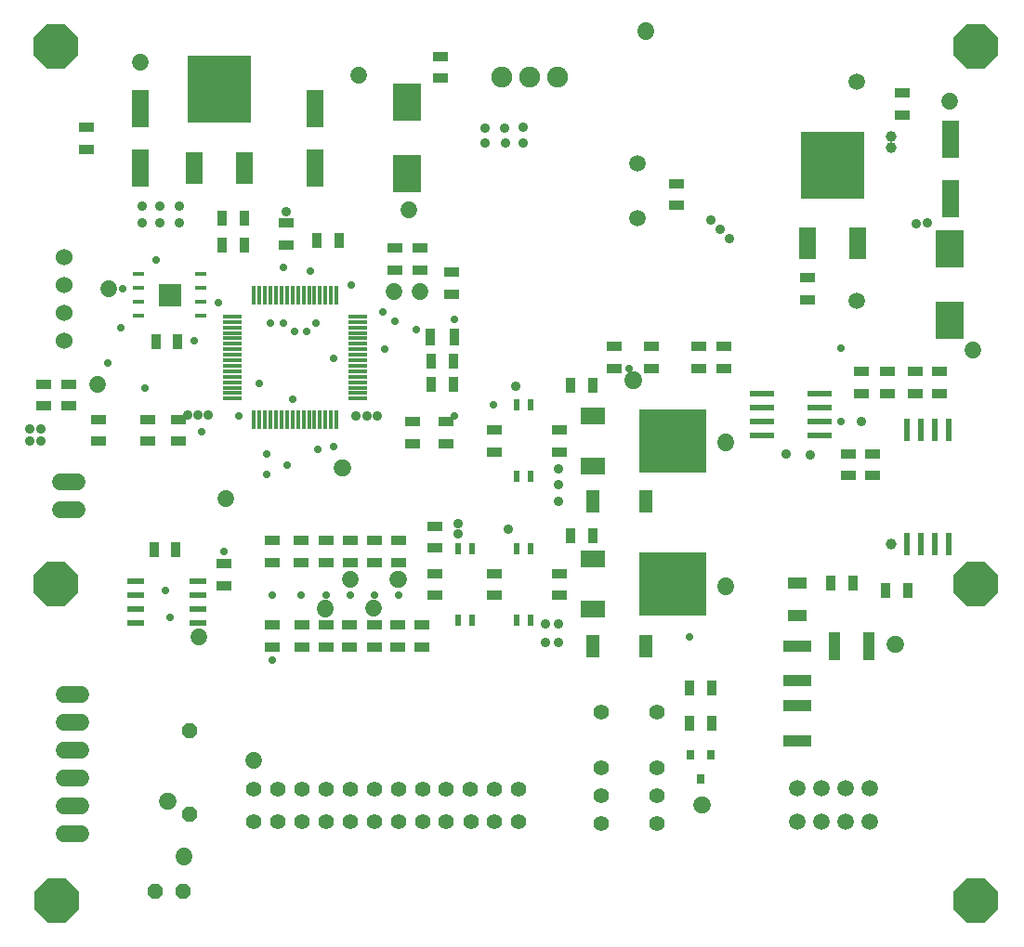
<source format=gts>
G75*
G70*
%OFA0B0*%
%FSLAX24Y24*%
%IPPOS*%
%LPD*%
%AMOC8*
5,1,8,0,0,1.08239X$1,22.5*
%
%ADD10R,0.2283X0.2441*%
%ADD11R,0.0630X0.1181*%
%ADD12R,0.0630X0.1378*%
%ADD13R,0.0984X0.1378*%
%ADD14R,0.0551X0.0320*%
%ADD15C,0.0600*%
%ADD16R,0.0350X0.0630*%
%ADD17OC8,0.0520*%
%ADD18R,0.0320X0.0551*%
%ADD19R,0.0669X0.0118*%
%ADD20R,0.0118X0.0669*%
%ADD21C,0.0600*%
%ADD22R,0.0394X0.0177*%
%ADD23R,0.0827X0.0827*%
%ADD24R,0.2441X0.2283*%
%ADD25R,0.0906X0.0630*%
%ADD26R,0.0472X0.0787*%
%ADD27R,0.0197X0.0394*%
%ADD28C,0.0594*%
%ADD29R,0.0197X0.0787*%
%ADD30R,0.0866X0.0236*%
%ADD31C,0.0554*%
%ADD32R,0.0315X0.0354*%
%ADD33R,0.0630X0.0197*%
%ADD34C,0.0748*%
%ADD35R,0.0984X0.0394*%
%ADD36R,0.0394X0.0984*%
%ADD37R,0.0669X0.0394*%
%ADD38C,0.0585*%
%ADD39C,0.0357*%
%ADD40C,0.0278*%
%ADD41OC8,0.1581*%
%ADD42C,0.0396*%
D10*
X029683Y031872D03*
X007699Y034597D03*
D11*
X008596Y031771D03*
X006801Y031771D03*
X028785Y029045D03*
X030581Y029045D03*
D12*
X033919Y030666D03*
X033919Y032792D03*
X011109Y031765D03*
X011109Y033891D03*
X004843Y033891D03*
X004843Y031765D03*
D13*
X014440Y031548D03*
X014440Y034107D03*
X033885Y028858D03*
X033885Y026299D03*
D14*
X033537Y024454D03*
X033537Y023666D03*
X032650Y023666D03*
X032650Y024454D03*
X031644Y024454D03*
X031644Y023666D03*
X030738Y023666D03*
X030738Y024454D03*
X028776Y027033D03*
X028776Y027820D03*
X025806Y025353D03*
X025806Y024566D03*
X024876Y024566D03*
X024876Y025353D03*
X023202Y025353D03*
X023202Y024566D03*
X021842Y024565D03*
X021842Y025352D03*
X019891Y022358D03*
X019891Y021571D03*
X017547Y021571D03*
X017547Y022358D03*
X015811Y022655D03*
X015811Y021868D03*
X014619Y021867D03*
X014619Y022654D03*
X015428Y018893D03*
X015428Y018106D03*
X015428Y017200D03*
X015428Y016413D03*
X014959Y015351D03*
X014959Y014564D03*
X014104Y014564D03*
X014104Y015351D03*
X013242Y015351D03*
X013242Y014564D03*
X012371Y014564D03*
X012371Y015351D03*
X011511Y015351D03*
X011511Y014564D03*
X010643Y014564D03*
X010643Y015351D03*
X009599Y015351D03*
X009599Y014564D03*
X007862Y016765D03*
X007862Y017553D03*
X009596Y017603D03*
X009596Y018391D03*
X010641Y018391D03*
X010641Y017603D03*
X011526Y017603D03*
X011526Y018391D03*
X012384Y018391D03*
X012384Y017603D03*
X013260Y017603D03*
X013260Y018391D03*
X014122Y018391D03*
X014122Y017603D03*
X017547Y017200D03*
X017547Y016413D03*
X019891Y016413D03*
X019891Y017200D03*
X030256Y020713D03*
X030256Y021500D03*
X031125Y021500D03*
X031125Y020713D03*
X024094Y030413D03*
X024094Y031201D03*
X032187Y033658D03*
X032187Y034445D03*
X016025Y028019D03*
X016025Y027231D03*
X014893Y028100D03*
X014893Y028888D03*
X013976Y028891D03*
X013976Y028104D03*
X010093Y028992D03*
X010093Y029780D03*
X015641Y034985D03*
X015641Y035772D03*
X002937Y033221D03*
X002937Y032434D03*
X002296Y024004D03*
X002296Y023216D03*
X001381Y023216D03*
X001381Y024004D03*
X003352Y022726D03*
X003352Y021939D03*
X005137Y021939D03*
X005137Y022726D03*
X006233Y022726D03*
X006233Y021939D03*
D15*
X002117Y025543D03*
X002117Y026543D03*
X002117Y027543D03*
X002117Y028543D03*
D16*
X015264Y025680D03*
X016129Y025680D03*
D17*
X006616Y011539D03*
X006616Y008539D03*
X006406Y005801D03*
X005406Y005801D03*
D18*
X005352Y018042D03*
X006140Y018042D03*
X006203Y025528D03*
X005416Y025528D03*
X007803Y028994D03*
X008590Y028994D03*
X008590Y029952D03*
X007803Y029952D03*
X011202Y029159D03*
X011990Y029159D03*
X015302Y024829D03*
X016089Y024829D03*
X016089Y024004D03*
X015302Y024004D03*
X020307Y023951D03*
X021095Y023951D03*
X021095Y018559D03*
X020307Y018559D03*
X024554Y013104D03*
X025342Y013104D03*
X025342Y011825D03*
X024554Y011825D03*
X029635Y016858D03*
X030422Y016858D03*
X031603Y016587D03*
X032390Y016587D03*
D19*
X012662Y023476D03*
X012662Y023673D03*
X012662Y023870D03*
X012662Y024066D03*
X012662Y024263D03*
X012662Y024460D03*
X012662Y024657D03*
X012662Y024854D03*
X012662Y025051D03*
X012662Y025248D03*
X012662Y025444D03*
X012662Y025641D03*
X012662Y025838D03*
X012662Y026035D03*
X012662Y026232D03*
X012662Y026429D03*
X008173Y026429D03*
X008173Y026232D03*
X008173Y026035D03*
X008173Y025838D03*
X008173Y025641D03*
X008173Y025444D03*
X008173Y025248D03*
X008173Y025051D03*
X008173Y024854D03*
X008173Y024657D03*
X008173Y024460D03*
X008173Y024263D03*
X008173Y024066D03*
X008173Y023870D03*
X008173Y023673D03*
X008173Y023476D03*
D20*
X008941Y022708D03*
X009138Y022708D03*
X009335Y022708D03*
X009532Y022708D03*
X009729Y022708D03*
X009925Y022708D03*
X010122Y022708D03*
X010319Y022708D03*
X010516Y022708D03*
X010713Y022708D03*
X010910Y022708D03*
X011107Y022708D03*
X011303Y022708D03*
X011500Y022708D03*
X011697Y022708D03*
X011894Y022708D03*
X011894Y027196D03*
X011697Y027196D03*
X011500Y027196D03*
X011303Y027196D03*
X011107Y027196D03*
X010910Y027196D03*
X010713Y027196D03*
X010516Y027196D03*
X010319Y027196D03*
X010122Y027196D03*
X009925Y027196D03*
X009729Y027196D03*
X009532Y027196D03*
X009335Y027196D03*
X009138Y027196D03*
X008941Y027196D03*
D21*
X002593Y020498D02*
X001993Y020498D01*
X001993Y019498D02*
X002593Y019498D01*
X002709Y012868D02*
X002109Y012868D01*
X002109Y011868D02*
X002709Y011868D01*
X002709Y010868D02*
X002109Y010868D01*
X002109Y009868D02*
X002709Y009868D01*
X002709Y008868D02*
X002109Y008868D01*
X002109Y007868D02*
X002709Y007868D01*
D22*
X004777Y026439D03*
X004777Y026939D03*
X004777Y027439D03*
X004777Y027939D03*
X007009Y027944D03*
X007009Y027444D03*
X007009Y026944D03*
X007009Y026444D03*
D23*
X005923Y027195D03*
D24*
X023970Y021965D03*
X023970Y016807D03*
D25*
X021098Y017708D03*
X021096Y015907D03*
X021096Y021065D03*
X021098Y022866D03*
D26*
X021104Y019801D03*
X022993Y019801D03*
X022993Y014581D03*
X021104Y014581D03*
D27*
X018874Y015531D03*
X018374Y015531D03*
X016770Y015531D03*
X016270Y015531D03*
X016270Y018082D03*
X016770Y018082D03*
X018374Y018082D03*
X018874Y018082D03*
X018874Y020689D03*
X018374Y020689D03*
X018374Y023240D03*
X018874Y023240D03*
D28*
X022693Y029945D03*
X022696Y031917D03*
X030560Y034854D03*
X030569Y027002D03*
X030170Y009485D03*
X029304Y009485D03*
X028438Y009485D03*
X028439Y008303D03*
X029305Y008303D03*
X030171Y008303D03*
X031037Y008303D03*
X031037Y009485D03*
D29*
X032346Y018248D03*
X032846Y018248D03*
X033346Y018248D03*
X033846Y018248D03*
X033846Y022355D03*
X033346Y022355D03*
X032846Y022355D03*
X032346Y022355D03*
D30*
X029221Y022169D03*
X029221Y022669D03*
X029221Y023169D03*
X029221Y023669D03*
X027174Y023669D03*
X027174Y023169D03*
X027174Y022669D03*
X027174Y022169D03*
D31*
X023402Y012209D03*
X021402Y012209D03*
X021402Y010209D03*
X021402Y009209D03*
X021402Y008209D03*
X023402Y008209D03*
X023402Y009209D03*
X023402Y010209D03*
X018439Y009467D03*
X017573Y009467D03*
X016707Y009467D03*
X015841Y009467D03*
X014975Y009467D03*
X014109Y009467D03*
X013242Y009467D03*
X012376Y009467D03*
X011510Y009467D03*
X010644Y009467D03*
X009778Y009467D03*
X008912Y009467D03*
X008912Y008285D03*
X009778Y008285D03*
X010645Y008285D03*
X011511Y008285D03*
X012377Y008285D03*
X013243Y008285D03*
X014109Y008285D03*
X014975Y008285D03*
X015841Y008285D03*
X016708Y008285D03*
X017574Y008285D03*
X018440Y008285D03*
D32*
X024589Y010681D03*
X025337Y010681D03*
X024963Y009815D03*
D33*
X006915Y015436D03*
X006915Y015936D03*
X006915Y016436D03*
X006915Y016936D03*
X004679Y016936D03*
X004679Y016436D03*
X004679Y015936D03*
X004679Y015436D03*
D34*
X017828Y035012D03*
X018828Y035012D03*
X019828Y035012D03*
D35*
X028429Y014601D03*
X028429Y013341D03*
X028434Y012461D03*
X028434Y011201D03*
D36*
X029744Y014592D03*
X031004Y014592D03*
D37*
X028434Y015680D03*
X028434Y016861D03*
D38*
X025866Y016735D02*
X025860Y016735D01*
X025860Y016741D01*
X025866Y016741D01*
X025866Y016735D01*
X025866Y021904D02*
X025860Y021904D01*
X025860Y021910D01*
X025866Y021910D01*
X025866Y021904D01*
X022543Y024134D02*
X022537Y024134D01*
X022537Y024140D01*
X022543Y024140D01*
X022543Y024134D01*
X014892Y027306D02*
X014886Y027306D01*
X014886Y027312D01*
X014892Y027312D01*
X014892Y027306D01*
X013970Y027306D02*
X013964Y027306D01*
X013964Y027312D01*
X013970Y027312D01*
X013970Y027306D01*
X014477Y030251D02*
X014483Y030251D01*
X014477Y030251D02*
X014477Y030257D01*
X014483Y030257D01*
X014483Y030251D01*
X012686Y035087D02*
X012680Y035087D01*
X012680Y035093D01*
X012686Y035093D01*
X012686Y035087D01*
X004856Y035555D02*
X004850Y035555D01*
X004850Y035561D01*
X004856Y035561D01*
X004856Y035555D01*
X003726Y027429D02*
X003720Y027429D01*
X003720Y027435D01*
X003726Y027435D01*
X003726Y027429D01*
X003330Y023998D02*
X003324Y023998D01*
X003324Y024004D01*
X003330Y024004D01*
X003330Y023998D01*
X007913Y019895D02*
X007919Y019895D01*
X007913Y019895D02*
X007913Y019901D01*
X007919Y019901D01*
X007919Y019895D01*
X011495Y015934D02*
X011501Y015934D01*
X011495Y015934D02*
X011495Y015940D01*
X011501Y015940D01*
X011501Y015934D01*
X012387Y016999D02*
X012393Y016999D01*
X012387Y016999D02*
X012387Y017005D01*
X012393Y017005D01*
X012393Y016999D01*
X013231Y015939D02*
X013237Y015939D01*
X013231Y015939D02*
X013231Y015945D01*
X013237Y015945D01*
X013237Y015939D01*
X014105Y016977D02*
X014111Y016977D01*
X014105Y016977D02*
X014105Y016983D01*
X014111Y016983D01*
X014111Y016977D01*
X012108Y020992D02*
X012102Y020992D01*
X012102Y020998D01*
X012108Y020998D01*
X012108Y020992D01*
X006964Y014924D02*
X006958Y014924D01*
X006958Y014930D01*
X006964Y014930D01*
X006964Y014924D01*
X008913Y010493D02*
X008919Y010493D01*
X008913Y010493D02*
X008913Y010499D01*
X008919Y010499D01*
X008919Y010493D01*
X005842Y009008D02*
X005836Y009008D01*
X005836Y009014D01*
X005842Y009014D01*
X005842Y009008D01*
X006409Y007033D02*
X006415Y007033D01*
X006409Y007033D02*
X006409Y007039D01*
X006415Y007039D01*
X006415Y007033D01*
X025002Y008884D02*
X025008Y008884D01*
X025002Y008884D02*
X025002Y008890D01*
X025008Y008890D01*
X025008Y008884D01*
X031937Y014659D02*
X031943Y014659D01*
X031937Y014659D02*
X031937Y014665D01*
X031943Y014665D01*
X031943Y014659D01*
X034732Y025221D02*
X034738Y025221D01*
X034732Y025221D02*
X034732Y025227D01*
X034738Y025227D01*
X034738Y025221D01*
X033888Y034153D02*
X033882Y034153D01*
X033882Y034159D01*
X033888Y034159D01*
X033888Y034153D01*
X023001Y036672D02*
X022995Y036672D01*
X022995Y036678D01*
X023001Y036678D01*
X023001Y036672D01*
D39*
X018603Y033209D03*
X018593Y032661D03*
X017952Y032661D03*
X017941Y033198D03*
X017228Y033198D03*
X017228Y032651D03*
X010088Y030187D03*
X006246Y030396D03*
X006248Y029795D03*
X005567Y029802D03*
X005568Y030396D03*
X004922Y030396D03*
X004919Y029802D03*
X006548Y022874D03*
X006926Y022891D03*
X007299Y022891D03*
X012599Y022868D03*
X012981Y022868D03*
X013360Y022865D03*
X016258Y018996D03*
X016265Y018612D03*
X018051Y018787D03*
X019870Y019801D03*
X019861Y020395D03*
X019853Y020955D03*
X018329Y023915D03*
X025330Y029876D03*
X025669Y029543D03*
X025988Y029219D03*
X032678Y029765D03*
X033091Y029774D03*
X030733Y022670D03*
X028877Y021465D03*
X028016Y021473D03*
X019870Y015389D03*
X019383Y015389D03*
X019383Y014719D03*
X019870Y014719D03*
X001276Y021965D03*
X000878Y021965D03*
X000878Y022380D03*
X001276Y022380D03*
D40*
X003687Y024741D03*
X004172Y026018D03*
X004233Y027436D03*
X005435Y028447D03*
X007655Y026927D03*
X006806Y025555D03*
X005020Y023869D03*
X007046Y022280D03*
X008390Y022849D03*
X009112Y024032D03*
X010323Y023463D03*
X011778Y024938D03*
X010837Y025883D03*
X010395Y025873D03*
X010003Y026199D03*
X009531Y026199D03*
X011162Y026186D03*
X012410Y027557D03*
X013558Y026595D03*
X013981Y026241D03*
X014774Y025971D03*
X013638Y025269D03*
X016130Y026331D03*
X017527Y023251D03*
X016130Y022870D03*
X011781Y021739D03*
X011210Y021640D03*
X010113Y021101D03*
X009400Y020755D03*
X009381Y021475D03*
X007862Y017993D03*
X009596Y016426D03*
X010641Y016426D03*
X011522Y016426D03*
X012384Y016421D03*
X013257Y016433D03*
X014118Y016426D03*
X009599Y014074D03*
X006963Y014928D03*
X005911Y015617D03*
X005746Y016594D03*
X010000Y028192D03*
X010974Y028063D03*
X022379Y024571D03*
X030004Y025297D03*
X030004Y022668D03*
X024553Y014924D03*
D41*
X001845Y005454D03*
X001841Y016823D03*
X001841Y036114D03*
X034830Y036114D03*
X034830Y016823D03*
X034833Y005454D03*
D42*
X031804Y018246D03*
X031807Y032473D03*
X031807Y032901D03*
M02*

</source>
